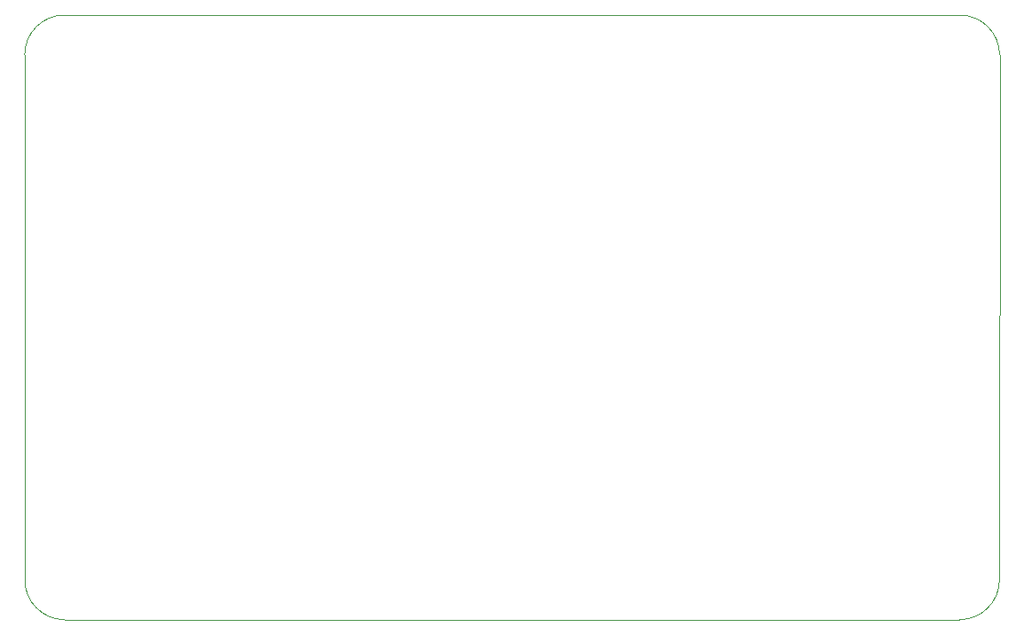
<source format=gbr>
%TF.GenerationSoftware,KiCad,Pcbnew,8.0.5*%
%TF.CreationDate,2025-03-25T16:51:23-05:00*%
%TF.ProjectId,ADC_Board,4144435f-426f-4617-9264-2e6b69636164,rev?*%
%TF.SameCoordinates,Original*%
%TF.FileFunction,Profile,NP*%
%FSLAX46Y46*%
G04 Gerber Fmt 4.6, Leading zero omitted, Abs format (unit mm)*
G04 Created by KiCad (PCBNEW 8.0.5) date 2025-03-25 16:51:23*
%MOMM*%
%LPD*%
G01*
G04 APERTURE LIST*
%TA.AperFunction,Profile*%
%ADD10C,0.050000*%
%TD*%
G04 APERTURE END LIST*
D10*
X149800000Y-106200000D02*
G75*
G02*
X146000000Y-102400000I0J3800000D01*
G01*
X145987006Y-52287006D02*
G75*
G02*
X149787006Y-48487006I3799994J6D01*
G01*
X149787006Y-48487006D02*
X235212994Y-48487006D01*
X239000000Y-102400000D02*
X239012994Y-52287006D01*
X235212994Y-48487006D02*
G75*
G02*
X239012994Y-52287006I6J-3799994D01*
G01*
X145987006Y-52287006D02*
X146000000Y-102400000D01*
X239000000Y-102400000D02*
G75*
G02*
X235200000Y-106200000I-3800000J0D01*
G01*
X235200000Y-106200000D02*
X149800000Y-106200000D01*
M02*

</source>
